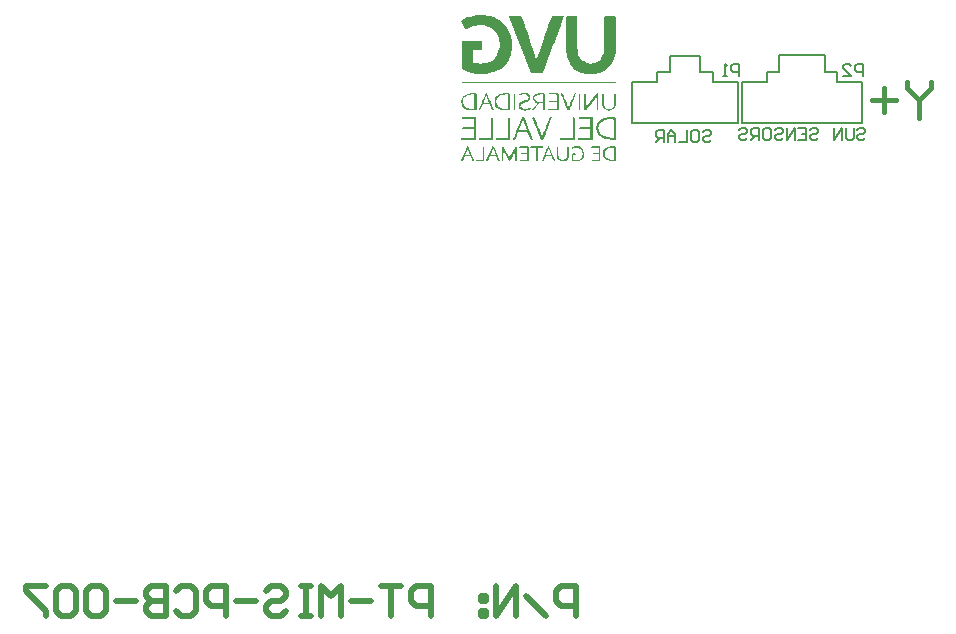
<source format=gbo>
G04 Layer_Color=32896*
%FSLAX25Y25*%
%MOIN*%
G70*
G01*
G75*
%ADD23C,0.00591*%
%ADD34C,0.02000*%
%ADD35C,0.01575*%
G36*
X207417Y190106D02*
Y183186D01*
X207187Y182879D01*
X206110D01*
X205187Y182956D01*
X204418Y183033D01*
X203650Y183263D01*
X203111Y183494D01*
X202573Y183725D01*
X202189Y184109D01*
X201497Y184801D01*
X201189Y185493D01*
X200958Y186031D01*
X200882Y186493D01*
Y186570D01*
Y186646D01*
Y187185D01*
X200958Y187646D01*
X201035Y188107D01*
X201420Y188876D01*
X202035Y189415D01*
X202727Y189799D01*
X203419Y190106D01*
X203957Y190260D01*
X204418Y190337D01*
X207187D01*
X207417Y190106D01*
D02*
G37*
G36*
X185119Y180649D02*
X185196Y180418D01*
X185504Y179803D01*
X185811Y179111D01*
X186119Y178266D01*
X186503Y177420D01*
X186734Y176728D01*
X186964Y176189D01*
X187041Y176112D01*
Y176036D01*
X186811Y175728D01*
X186273Y176420D01*
X186196Y176728D01*
X186119Y177035D01*
X185965Y177266D01*
X185888Y177420D01*
X183889D01*
X183658Y176881D01*
X183504Y176420D01*
X183351Y176112D01*
X183274Y175959D01*
X183197Y175805D01*
X183120Y175728D01*
X182812D01*
X183120Y176574D01*
X183351Y177343D01*
X183581Y178035D01*
X183812Y178573D01*
X184043Y179034D01*
X184196Y179496D01*
X184427Y180111D01*
X184658Y180418D01*
X184812Y180649D01*
X184889Y180726D01*
X185042D01*
X185119Y180649D01*
D02*
G37*
G36*
X193654Y190106D02*
Y183186D01*
X193423Y182879D01*
X188964D01*
X188733Y183186D01*
Y183340D01*
X188964Y183571D01*
X192885D01*
Y190106D01*
X193116Y190337D01*
X193423D01*
X193654Y190106D01*
D02*
G37*
G36*
X199574Y183186D02*
X199344Y182879D01*
X195038D01*
X194807Y183186D01*
Y183340D01*
X195038Y183571D01*
X198882D01*
Y186339D01*
X195499D01*
X195192Y186646D01*
Y186800D01*
X195499Y187031D01*
X198882D01*
Y189491D01*
X198652Y189799D01*
X194961D01*
Y190337D01*
X199574D01*
Y183186D01*
D02*
G37*
G36*
X177507Y198411D02*
X177892Y198334D01*
X178430Y198026D01*
X178737Y197642D01*
X178814Y197565D01*
Y197488D01*
Y196565D01*
X178276Y195873D01*
X177353Y195489D01*
X176661Y195181D01*
X176200Y194874D01*
X175815Y194643D01*
X175662Y194489D01*
X175585Y194335D01*
X175508Y194182D01*
X175585Y193874D01*
X175739Y193643D01*
X176277Y193336D01*
X176815Y193182D01*
X176969Y193105D01*
X177046D01*
X177584Y193182D01*
X178045Y193413D01*
X178507Y193567D01*
X178584Y193643D01*
X178660D01*
X178968Y193259D01*
X178891Y193105D01*
X178660Y193028D01*
X178353Y192875D01*
X178045Y192798D01*
X177738Y192721D01*
X177430Y192644D01*
X177199Y192567D01*
X177123D01*
X176431Y192644D01*
X175892Y192875D01*
X175508Y193105D01*
X175200Y193413D01*
X175047Y193643D01*
X174970Y193874D01*
Y194028D01*
Y194105D01*
Y194643D01*
X175354Y195335D01*
X176354Y195720D01*
X177046Y196027D01*
X177584Y196258D01*
X177892Y196488D01*
X178122Y196642D01*
X178199Y196719D01*
X178276Y196796D01*
Y196950D01*
X178199Y197257D01*
X178122Y197565D01*
X177661Y197795D01*
X177276Y197949D01*
X176507D01*
X175662Y197642D01*
X175354Y197719D01*
X175277Y197795D01*
X175200Y197872D01*
Y197949D01*
X175354Y198103D01*
X175508Y198257D01*
X175969Y198411D01*
X176354Y198487D01*
X177123D01*
X177507Y198411D01*
D02*
G37*
G36*
X160899Y198180D02*
Y192951D01*
X160668Y192721D01*
X158515D01*
X158054Y192798D01*
X157208Y193105D01*
X156593Y193567D01*
X156209Y194028D01*
X155978Y194489D01*
X155901Y194951D01*
X155824Y195258D01*
Y195335D01*
Y196027D01*
X155901Y196488D01*
X156055Y196873D01*
X156285Y197180D01*
X156516Y197488D01*
X157285Y197872D01*
X158131Y198180D01*
X159053Y198334D01*
X159745Y198487D01*
X160668D01*
X160899Y198180D01*
D02*
G37*
G36*
X185504Y189030D02*
X185119Y187877D01*
X184735Y186877D01*
X184427Y186031D01*
X184120Y185339D01*
X183889Y184724D01*
X183658Y184186D01*
X183504Y183801D01*
X183351Y183494D01*
X183197Y183263D01*
X183043Y183033D01*
X182966Y182879D01*
X182505D01*
X182428Y182956D01*
X182351Y183186D01*
X182197Y183571D01*
X181967Y184032D01*
X181736Y184570D01*
X181505Y185186D01*
X180967Y186493D01*
X180429Y187800D01*
X180198Y188415D01*
X179967Y188953D01*
X179737Y189415D01*
X179660Y189799D01*
X179506Y190030D01*
Y190106D01*
X179737Y190337D01*
X180044D01*
X180121Y190260D01*
X180275Y190030D01*
X180429Y189722D01*
X180583Y189338D01*
X180967Y188261D01*
X181428Y187108D01*
X181890Y185954D01*
X182274Y184878D01*
X182428Y184494D01*
X182582Y184186D01*
X182659Y183955D01*
Y183878D01*
X182812D01*
X183197Y184955D01*
X183581Y185954D01*
X183889Y186800D01*
X184196Y187569D01*
X184427Y188184D01*
X184581Y188723D01*
X184812Y189107D01*
X184965Y189491D01*
X185196Y189953D01*
X185350Y190183D01*
X185427Y190337D01*
X185965D01*
X185504Y189030D01*
D02*
G37*
G36*
X183197Y180418D02*
X182966Y180188D01*
X181275D01*
Y176036D01*
X181044Y175728D01*
X180736Y176036D01*
Y180188D01*
X179122D01*
X178814Y180418D01*
X179122Y180726D01*
X182966D01*
X183197Y180418D01*
D02*
G37*
G36*
X176892Y190183D02*
X177353Y189030D01*
X177815Y187954D01*
X178199Y187031D01*
X178507Y186185D01*
X178737Y185493D01*
X178968Y184955D01*
X179199Y184417D01*
X179276Y184032D01*
X179429Y183725D01*
X179506Y183417D01*
X179583Y183109D01*
X179660Y182956D01*
Y182879D01*
X179122D01*
X177815Y185493D01*
X174816D01*
X174508Y184647D01*
X174355Y183955D01*
X174124Y183494D01*
X173970Y183186D01*
X173893Y183033D01*
X173816Y182956D01*
X173739Y182879D01*
X173278D01*
X173201Y183033D01*
X173662Y184263D01*
X174047Y185416D01*
X174431Y186339D01*
X174739Y187185D01*
X175047Y187877D01*
X175277Y188492D01*
X175508Y188953D01*
X175662Y189338D01*
X175815Y189645D01*
X175969Y189876D01*
X176123Y190183D01*
X176200Y190337D01*
X176738D01*
X176892Y190183D01*
D02*
G37*
G36*
X191655Y180418D02*
Y177574D01*
X191578Y176958D01*
X191347Y176497D01*
X191040Y176112D01*
X190655Y175882D01*
X190271Y175728D01*
X189963Y175651D01*
X189656D01*
X188964Y175805D01*
X188502Y175959D01*
X188118Y176266D01*
X187887Y176497D01*
X187733Y176804D01*
X187656Y177035D01*
Y177189D01*
Y177266D01*
Y180572D01*
X187733Y180726D01*
X188041Y180418D01*
Y178342D01*
X188118Y177650D01*
X188272Y177112D01*
X188502Y176728D01*
X188810Y176497D01*
X189117Y176343D01*
X189348Y176189D01*
X189809D01*
X190271Y176343D01*
X190578Y176651D01*
X190886Y177112D01*
X191040Y177650D01*
X191117Y178112D01*
X191193Y178573D01*
Y178881D01*
Y179034D01*
Y180572D01*
X191347Y180726D01*
X191655Y180418D01*
D02*
G37*
G36*
X207417D02*
Y176036D01*
X207187Y175728D01*
X205495D01*
X204649Y175959D01*
X204034Y176266D01*
X203650Y176651D01*
X203342Y177035D01*
X203188Y177420D01*
X203034Y177804D01*
Y178035D01*
Y178112D01*
X203188Y178957D01*
X203496Y179649D01*
X204034Y180111D01*
X204572Y180418D01*
X205111Y180572D01*
X205649Y180726D01*
X207187D01*
X207417Y180418D01*
D02*
G37*
G36*
X195115Y180649D02*
X195653Y180418D01*
X196037Y180034D01*
X196345Y179649D01*
X196499Y179188D01*
X196653Y178881D01*
X196730Y178573D01*
Y178496D01*
Y177804D01*
X196653Y177189D01*
X196345Y176651D01*
X195961Y176266D01*
X195499Y176036D01*
X195038Y175805D01*
X194653Y175728D01*
X194346Y175651D01*
X194269D01*
X193731Y175728D01*
X193270Y175805D01*
X192962Y175882D01*
X192808Y175959D01*
X192654Y176036D01*
X192578Y176112D01*
Y176189D01*
Y178112D01*
X192885Y178342D01*
X193808D01*
X194115Y178112D01*
X193808Y177804D01*
X193116D01*
Y176266D01*
X193808Y176189D01*
X194346D01*
X194961Y176266D01*
X195422Y176497D01*
X195807Y176881D01*
X196037Y177266D01*
X196191Y177650D01*
X196268Y178035D01*
Y178266D01*
Y178342D01*
X196191Y178881D01*
X195961Y179342D01*
X195653Y179649D01*
X195269Y179880D01*
X194884Y180111D01*
X194577Y180188D01*
X194346Y180265D01*
X194269D01*
X193731Y180188D01*
X193346Y180111D01*
X193039Y179957D01*
X192885Y179880D01*
X192578Y180188D01*
X192654Y180341D01*
X192808Y180418D01*
X193116Y180572D01*
X193500Y180726D01*
X194500D01*
X195115Y180649D01*
D02*
G37*
G36*
X174431Y180418D02*
Y176036D01*
X174124Y175728D01*
X173816Y176036D01*
Y179496D01*
X173739D01*
X173278Y178342D01*
X172894Y177497D01*
X172586Y176804D01*
X172355Y176343D01*
X172125Y176036D01*
X171971Y175882D01*
X171894Y175728D01*
X171817D01*
X171740Y175805D01*
X171587Y175882D01*
X171356Y176343D01*
X170971Y176958D01*
X170664Y177650D01*
X170356Y178342D01*
X170126Y178881D01*
X169972Y179342D01*
X169895Y179419D01*
Y179496D01*
X169741D01*
Y176036D01*
X169434Y175728D01*
X169280D01*
Y180418D01*
X169587Y180726D01*
X169741D01*
X171894Y176574D01*
X172202Y177343D01*
X172509Y177958D01*
X172740Y178496D01*
X172970Y178957D01*
X173355Y179726D01*
X173586Y180188D01*
X173739Y180495D01*
X173893Y180649D01*
X173970Y180726D01*
X174124D01*
X174431Y180418D01*
D02*
G37*
G36*
X166435Y190106D02*
Y183186D01*
X166127Y182879D01*
X161898D01*
X161591Y183186D01*
Y183571D01*
X165589D01*
Y190106D01*
X165897Y190337D01*
X166127D01*
X166435Y190106D01*
D02*
G37*
G36*
X172048D02*
Y183186D01*
X171817Y182879D01*
X167511D01*
X167281Y183186D01*
Y183340D01*
X167511Y183571D01*
X171356D01*
Y190106D01*
X171663Y190337D01*
X171817D01*
X172048Y190106D01*
D02*
G37*
G36*
X202189Y180418D02*
Y175728D01*
X199190D01*
X199036Y175882D01*
X199344Y176189D01*
X201804D01*
Y177958D01*
X199574D01*
X199344Y178266D01*
X199574Y178496D01*
X201804D01*
Y180188D01*
X199190D01*
Y180418D01*
X199498Y180726D01*
X201958D01*
X202189Y180418D01*
D02*
G37*
G36*
X160668Y183186D02*
X160361Y182879D01*
X156055D01*
X155824Y183186D01*
Y183340D01*
X156055Y183571D01*
X159976D01*
Y186339D01*
X156516D01*
X156209Y186646D01*
Y186800D01*
X156516Y187031D01*
X159976D01*
Y189799D01*
X156209D01*
X156055Y189645D01*
Y189799D01*
X155978Y189953D01*
Y190337D01*
X160668D01*
Y183186D01*
D02*
G37*
G36*
X163513Y180418D02*
Y176036D01*
X163282Y175728D01*
X160514D01*
X160361Y175882D01*
X160668Y176189D01*
X163129D01*
Y180572D01*
X163282Y180726D01*
X163513Y180418D01*
D02*
G37*
G36*
X158131Y180649D02*
X158284Y180495D01*
X158361Y180265D01*
X158515Y179957D01*
X158823Y179188D01*
X159207Y178342D01*
X159515Y177420D01*
X159822Y176651D01*
X159899Y176343D01*
X159976Y176112D01*
X160053Y175959D01*
Y175882D01*
Y175728D01*
X159669D01*
X159438Y176266D01*
X159284Y176728D01*
X159130Y177035D01*
X159053Y177189D01*
X158976Y177343D01*
X158900Y177420D01*
X156901D01*
X156747Y176881D01*
X156593Y176420D01*
X156439Y176112D01*
X156285Y175959D01*
X156209Y175805D01*
X156132Y175728D01*
X155978D01*
X155824Y175882D01*
X156132Y176728D01*
X156439Y177420D01*
X156670Y178035D01*
X156901Y178650D01*
X157054Y179111D01*
X157285Y179496D01*
X157516Y180034D01*
X157669Y180418D01*
X157823Y180649D01*
X157900Y180726D01*
X158054D01*
X158131Y180649D01*
D02*
G37*
G36*
X194115Y198334D02*
X193731Y197334D01*
X193423Y196488D01*
X193116Y195720D01*
X192808Y195104D01*
X192578Y194566D01*
X192424Y194105D01*
X192193Y193720D01*
X192039Y193413D01*
X191885Y193028D01*
X191732Y192798D01*
X191655Y192721D01*
X191501D01*
X191347Y192875D01*
X191193Y193182D01*
X190809Y193874D01*
X190425Y194797D01*
X189963Y195796D01*
X189579Y196719D01*
X189271Y197565D01*
X189117Y197872D01*
X189041Y198103D01*
X188964Y198257D01*
Y198334D01*
X189117D01*
X189271Y198487D01*
X189425D01*
X189502Y198411D01*
X189579Y198257D01*
X189733Y198026D01*
X189886Y197719D01*
X190194Y196873D01*
X190578Y196027D01*
X190886Y195104D01*
X191193Y194259D01*
X191347Y193951D01*
X191424Y193720D01*
X191501Y193567D01*
Y193490D01*
X191655D01*
X191962Y194335D01*
X192193Y195104D01*
X192501Y195796D01*
X192654Y196412D01*
X192885Y196873D01*
X193039Y197257D01*
X193270Y197872D01*
X193500Y198257D01*
X193577Y198411D01*
X193654Y198487D01*
X193962D01*
X194115Y198334D01*
D02*
G37*
G36*
X201497Y198180D02*
Y192951D01*
X201266Y192721D01*
X200958Y192951D01*
Y197257D01*
X200882D01*
X200343Y196488D01*
X199805Y195873D01*
X199421Y195258D01*
X199036Y194797D01*
X198421Y193951D01*
X197883Y193413D01*
X197575Y193028D01*
X197422Y192875D01*
X197268Y192721D01*
X197114D01*
X196883Y192951D01*
Y198180D01*
X197114Y198487D01*
X197422Y198180D01*
Y193797D01*
X201112Y198487D01*
X201266D01*
X201497Y198180D01*
D02*
G37*
G36*
X207417Y223938D02*
Y213789D01*
X207340Y212174D01*
X207033Y210790D01*
X206648Y209637D01*
X206187Y208560D01*
X205572Y207714D01*
X204880Y207022D01*
X204111Y206407D01*
X203342Y205946D01*
X202650Y205561D01*
X201881Y205254D01*
X201189Y205100D01*
X200574Y204946D01*
X200113Y204869D01*
X199651Y204792D01*
X198882D01*
X197575Y204869D01*
X196960Y204946D01*
X196345Y205100D01*
X195884Y205177D01*
X195499Y205254D01*
X195269Y205331D01*
X195192D01*
X194423Y205715D01*
X193731Y206253D01*
X193193Y206792D01*
X192654Y207330D01*
X192193Y207945D01*
X191885Y208560D01*
X191347Y209790D01*
X191040Y210944D01*
X190886Y211943D01*
X190809Y212251D01*
Y212558D01*
Y212712D01*
Y212789D01*
Y223938D01*
X191040Y224246D01*
X194269D01*
X194500Y223938D01*
Y215557D01*
X194807Y211251D01*
X195269Y210252D01*
X195884Y209483D01*
X196576Y209021D01*
X197268Y208637D01*
X197883Y208406D01*
X198421Y208329D01*
X198729Y208253D01*
X198882D01*
X199728Y208329D01*
X200420Y208483D01*
X201035Y208714D01*
X201574Y209098D01*
X201958Y209483D01*
X202343Y209944D01*
X202881Y210867D01*
X203265Y211866D01*
X203419Y212635D01*
X203496Y213020D01*
Y213250D01*
Y213404D01*
Y213481D01*
Y223938D01*
X203727Y224246D01*
X207187D01*
X207417Y223938D01*
D02*
G37*
G36*
X190117Y224092D02*
X189502Y222400D01*
X188887Y220863D01*
X188348Y219402D01*
X187887Y218018D01*
X187349Y216710D01*
X186964Y215557D01*
X186503Y214404D01*
X186119Y213404D01*
X185734Y212481D01*
X185427Y211559D01*
X184812Y210021D01*
X184350Y208791D01*
X183889Y207714D01*
X183581Y206945D01*
X183351Y206253D01*
X183120Y205792D01*
X182966Y205485D01*
X182889Y205254D01*
X182812Y205177D01*
Y205100D01*
X178968D01*
X171817Y223784D01*
Y224092D01*
X171894Y224169D01*
X171971Y224246D01*
X175662D01*
X175739Y224169D01*
X175815Y224092D01*
X175969Y223631D01*
X176277Y222938D01*
X176584Y222016D01*
X176969Y220939D01*
X177430Y219709D01*
X177892Y218402D01*
X178353Y217095D01*
X178814Y215711D01*
X179199Y214404D01*
X179660Y213174D01*
X179967Y212097D01*
X180275Y211174D01*
X180506Y210482D01*
X180659Y210021D01*
X180736Y209944D01*
Y209867D01*
X181044D01*
X181505Y211174D01*
X181890Y212405D01*
X182274Y213558D01*
X182582Y214634D01*
X183274Y216557D01*
X183812Y218171D01*
X184273Y219555D01*
X184735Y220709D01*
X185042Y221708D01*
X185350Y222477D01*
X185581Y223015D01*
X185734Y223477D01*
X185888Y223784D01*
X185965Y224015D01*
X186042Y224169D01*
X186119Y224246D01*
X189963D01*
X190117Y224092D01*
D02*
G37*
G36*
X207417Y201948D02*
X207187Y201640D01*
X155978D01*
X155824Y201794D01*
X156055Y202025D01*
X207340D01*
X207417Y201948D01*
D02*
G37*
G36*
X165281Y224246D02*
X166589Y223784D01*
X167742Y223246D01*
X168742Y222631D01*
X169587Y221939D01*
X170279Y221170D01*
X170895Y220401D01*
X171433Y219555D01*
X171817Y218787D01*
X172125Y218018D01*
X172355Y217326D01*
X172509Y216634D01*
X172586Y216018D01*
X172663Y215557D01*
X172740Y215173D01*
Y214942D01*
Y214865D01*
Y214481D01*
X172663Y212866D01*
X172509Y212174D01*
X172355Y211559D01*
X172278Y211021D01*
X172125Y210636D01*
X172048Y210405D01*
Y210329D01*
X171587Y209329D01*
X171048Y208483D01*
X170356Y207791D01*
X169664Y207099D01*
X168895Y206561D01*
X168126Y206176D01*
X167281Y205792D01*
X166512Y205485D01*
X165051Y205100D01*
X164359Y204946D01*
X163744Y204869D01*
X163282D01*
X162898Y204792D01*
X162283D01*
X160745Y204869D01*
X159515Y205100D01*
X158361Y205485D01*
X157516Y205869D01*
X156824Y206176D01*
X156362Y206561D01*
X156055Y206792D01*
X155978Y206869D01*
Y215557D01*
X156209Y215788D01*
X162590D01*
X162821Y215557D01*
Y212789D01*
X159669D01*
Y208791D01*
X159745Y208637D01*
X160053Y208483D01*
X160514Y208406D01*
X160976Y208329D01*
X161437D01*
X161898Y208253D01*
X162283D01*
X163129Y208329D01*
X163667D01*
X164128Y208406D01*
X164436Y208483D01*
X164590Y208560D01*
X164666D01*
X164743Y208637D01*
X165435Y208945D01*
X166050Y209252D01*
X166589Y209637D01*
X167050Y210098D01*
X167742Y211021D01*
X168203Y212097D01*
X168511Y213020D01*
X168665Y213789D01*
X168742Y214096D01*
Y214327D01*
Y214481D01*
Y214558D01*
X168511Y216787D01*
X168203Y217556D01*
X167819Y218248D01*
X167358Y218787D01*
X166896Y219248D01*
X165897Y220017D01*
X164974Y220555D01*
X164051Y220863D01*
X163282Y221016D01*
X162975Y221093D01*
X162590D01*
X161514Y221016D01*
X160514Y220863D01*
X159669Y220632D01*
X158900Y220324D01*
X158284Y220017D01*
X157823Y219786D01*
X157516Y219632D01*
X157439Y219555D01*
X157285Y219709D01*
X157054Y220017D01*
X156824Y220478D01*
X156516Y221016D01*
X156285Y221478D01*
X156055Y221939D01*
X155901Y222247D01*
X155824Y222400D01*
X156824Y223092D01*
X157823Y223631D01*
X158823Y223938D01*
X159745Y224246D01*
X160591Y224399D01*
X161283Y224476D01*
X162821D01*
X165281Y224246D01*
D02*
G37*
G36*
X166512Y180649D02*
X166589Y180418D01*
X166896Y179880D01*
X167281Y179111D01*
X167588Y178189D01*
X167973Y177343D01*
X168280Y176574D01*
X168434Y176343D01*
X168511Y176112D01*
X168588Y175959D01*
Y175882D01*
X168511D01*
X168357Y175728D01*
X168203Y175805D01*
X168050Y175959D01*
X167896Y176266D01*
X167742Y176574D01*
X167665Y176881D01*
X167588Y177189D01*
X167511Y177343D01*
Y177420D01*
X165281D01*
X165128Y176881D01*
X164974Y176420D01*
X164897Y176112D01*
X164743Y175959D01*
X164666Y175805D01*
X164590Y175728D01*
X164359D01*
X164205Y175882D01*
X164513Y176728D01*
X164820Y177497D01*
X165051Y178112D01*
X165281Y178650D01*
X165512Y179111D01*
X165666Y179496D01*
X165897Y180111D01*
X166127Y180418D01*
X166204Y180649D01*
X166281Y180726D01*
X166435D01*
X166512Y180649D01*
D02*
G37*
G36*
X173816Y192951D02*
X173586Y192721D01*
X173278Y192951D01*
Y198180D01*
X173586Y198487D01*
X173816D01*
Y192951D01*
D02*
G37*
G36*
X183658Y198180D02*
Y192951D01*
X183351Y192721D01*
X183043Y192951D01*
Y195027D01*
X181813D01*
X179891Y192721D01*
X179660D01*
X179506Y192798D01*
X180890Y194874D01*
Y195181D01*
X180506Y195258D01*
X180275Y195412D01*
X179891Y196027D01*
X179660Y196565D01*
Y196719D01*
Y196796D01*
X179814Y197334D01*
X180121Y197795D01*
X180659Y198103D01*
X181198Y198257D01*
X181813Y198411D01*
X182351Y198487D01*
X183351D01*
X183658Y198180D01*
D02*
G37*
G36*
X164282Y198334D02*
X164436Y198103D01*
X164820Y197334D01*
X165205Y196412D01*
X165666Y195412D01*
X166050Y194412D01*
X166358Y193567D01*
X166512Y193259D01*
X166589Y193028D01*
X166665Y192875D01*
Y192798D01*
X166589D01*
X166435Y192721D01*
X166281D01*
X166127Y192798D01*
X165973Y193028D01*
X165820Y193336D01*
X165743Y193720D01*
X165589Y194028D01*
X165512Y194335D01*
X165435Y194566D01*
Y194643D01*
X162975D01*
X162744Y194028D01*
X162513Y193567D01*
X162360Y193182D01*
X162206Y192951D01*
X162129Y192798D01*
X162052Y192721D01*
X161745D01*
X161591Y192798D01*
X161975Y193720D01*
X162283Y194489D01*
X162590Y195181D01*
X162821Y195796D01*
X163052Y196335D01*
X163282Y196796D01*
X163590Y197565D01*
X163821Y198026D01*
X163974Y198334D01*
X164051Y198487D01*
X164205D01*
X164282Y198334D01*
D02*
G37*
G36*
X171894Y198180D02*
Y192951D01*
X171663Y192721D01*
X170433D01*
X169818Y192798D01*
X169280Y192875D01*
X168434Y193182D01*
X167819Y193490D01*
X167434Y193874D01*
X167127Y194259D01*
X167050Y194566D01*
X166973Y194797D01*
Y194874D01*
Y196258D01*
X167050Y196642D01*
X167127Y197027D01*
X167665Y197565D01*
X168280Y197949D01*
X169049Y198180D01*
X169895Y198411D01*
X170510Y198487D01*
X171663D01*
X171894Y198180D01*
D02*
G37*
G36*
X207417D02*
Y195335D01*
X207340Y194412D01*
X207033Y193720D01*
X206648Y193259D01*
X206264Y192951D01*
X205803Y192721D01*
X205495Y192644D01*
X205187Y192567D01*
X205111D01*
X204342Y192721D01*
X203803Y192951D01*
X203342Y193336D01*
X203111Y193720D01*
X202958Y194105D01*
X202804Y194412D01*
Y194643D01*
Y194720D01*
Y198180D01*
X203034Y198487D01*
X203342Y198180D01*
Y195027D01*
X203419Y194489D01*
X203573Y194028D01*
X203880Y193643D01*
X204111Y193413D01*
X204418Y193259D01*
X204726Y193182D01*
X204880Y193105D01*
X204957D01*
X205572Y193182D01*
X206033Y193490D01*
X206418Y193874D01*
X206648Y194259D01*
X206802Y194720D01*
X206879Y195027D01*
Y195335D01*
Y195412D01*
Y198180D01*
X207187Y198487D01*
X207417Y198180D01*
D02*
G37*
G36*
X178430Y180418D02*
Y176036D01*
X178122Y175728D01*
X175200D01*
X175123Y175882D01*
X175354Y176189D01*
X177815D01*
Y177958D01*
X175662D01*
X175354Y178266D01*
X175662Y178496D01*
X177815D01*
Y180188D01*
X175508D01*
X175200Y180418D01*
X175508Y180726D01*
X178122D01*
X178430Y180418D01*
D02*
G37*
G36*
X188348Y198180D02*
Y192951D01*
X188041Y192721D01*
X184889D01*
X184581Y192951D01*
X184889Y193259D01*
X187503D01*
X187733Y193490D01*
Y195335D01*
X185119D01*
X184889Y195566D01*
X185119Y195873D01*
X187733D01*
Y197642D01*
X187503Y197949D01*
X184889D01*
X184581Y198180D01*
X184889Y198487D01*
X188041D01*
X188348Y198180D01*
D02*
G37*
G36*
X195499D02*
Y192951D01*
X195192Y192721D01*
X194961Y192951D01*
Y198180D01*
X195192Y198487D01*
X195499Y198180D01*
D02*
G37*
%LPC*%
G36*
X206495Y189799D02*
X205341D01*
X204649Y189645D01*
X204034Y189491D01*
X203496Y189338D01*
X203034Y189107D01*
X202650Y188876D01*
X202112Y188338D01*
X201727Y187723D01*
X201574Y187262D01*
X201497Y186954D01*
Y186800D01*
X201574Y186262D01*
X201651Y185724D01*
X202189Y184955D01*
X202881Y184340D01*
X203650Y183955D01*
X204418Y183725D01*
X205111Y183648D01*
X205649Y183571D01*
X206495D01*
X206802Y183878D01*
Y189491D01*
X206495Y189799D01*
D02*
G37*
G36*
X185042Y180034D02*
X184889D01*
X184196Y177958D01*
Y177804D01*
X185734D01*
X185042Y180034D01*
D02*
G37*
G36*
X160207Y197949D02*
X159515D01*
X158438Y197872D01*
X157669Y197642D01*
X157131Y197257D01*
X156747Y196950D01*
X156516Y196565D01*
X156439Y196181D01*
X156362Y195950D01*
Y195873D01*
X156439Y195027D01*
X156747Y194335D01*
X157131Y193874D01*
X157592Y193567D01*
X158054Y193413D01*
X158438Y193336D01*
X158746Y193259D01*
X160207D01*
Y197949D01*
D02*
G37*
G36*
X176507Y189491D02*
X176354D01*
X175200Y186339D01*
Y186185D01*
X177738D01*
X176507Y189491D01*
D02*
G37*
G36*
X206879Y180188D02*
X205495D01*
X204880Y180111D01*
X204418Y179880D01*
X204034Y179573D01*
X203803Y179265D01*
X203650Y178881D01*
X203573Y178573D01*
Y178342D01*
Y178266D01*
X203727Y177574D01*
X204034Y177035D01*
X204495Y176728D01*
X205034Y176420D01*
X205572Y176266D01*
X206033Y176189D01*
X206879D01*
Y180188D01*
D02*
G37*
G36*
X158131Y179880D02*
X157900D01*
X157208Y177804D01*
X158823D01*
X158131Y179880D01*
D02*
G37*
G36*
X166589D02*
X166281D01*
X165589Y177804D01*
X165897D01*
X166435Y177958D01*
X166973Y177804D01*
X167281D01*
X166589Y179880D01*
D02*
G37*
G36*
X183043Y197949D02*
X182274D01*
X181582Y197872D01*
X181044Y197795D01*
X180736Y197565D01*
X180429Y197411D01*
X180275Y197180D01*
X180198Y196950D01*
Y196873D01*
Y196796D01*
X180275Y196335D01*
X180583Y196027D01*
X180967Y195720D01*
X181428Y195566D01*
X181890Y195489D01*
X182274Y195412D01*
X183043D01*
Y197949D01*
D02*
G37*
G36*
X164205Y197642D02*
X164051D01*
X163282Y195335D01*
Y195181D01*
X165205D01*
X164205Y197642D01*
D02*
G37*
G36*
X171356Y197949D02*
X170664D01*
X169587Y197872D01*
X168818Y197642D01*
X168280Y197334D01*
X167896Y197027D01*
X167665Y196642D01*
X167588Y196335D01*
X167511Y196104D01*
Y196027D01*
Y195412D01*
X167665Y194720D01*
X167973Y194182D01*
X168357Y193797D01*
X168895Y193567D01*
X169434Y193413D01*
X169818Y193259D01*
X171356D01*
Y197949D01*
D02*
G37*
%LPD*%
D23*
X212866Y202134D02*
X221134D01*
Y205480D01*
X225465D01*
Y210795D01*
X235307Y210795D01*
X235307Y205480D01*
X239638D01*
Y202134D02*
Y205480D01*
Y202134D02*
X247905D01*
X247905Y188551D01*
X212866D02*
Y202134D01*
Y188551D02*
X247905D01*
X249480Y188551D02*
X289441D01*
X249480D02*
Y202134D01*
X289441Y188551D02*
Y202134D01*
X281173D02*
X289441D01*
X281173D02*
Y205480D01*
X276941D02*
X281173D01*
X276941D02*
Y210992D01*
X261882D02*
X276941D01*
X261882Y205480D02*
Y210992D01*
X257748Y205480D02*
X261882D01*
X257748Y202134D02*
Y205480D01*
X249480Y202134D02*
X257748D01*
X248224Y204136D02*
Y208072D01*
X246256D01*
X245601Y207416D01*
Y206104D01*
X246256Y205448D01*
X248224D01*
X244289Y204136D02*
X242977D01*
X243633D01*
Y208072D01*
X244289Y207416D01*
X289724Y204136D02*
Y208072D01*
X287756D01*
X287101Y207416D01*
Y206104D01*
X287756Y205448D01*
X289724D01*
X283165Y204136D02*
X285789D01*
X283165Y206760D01*
Y207416D01*
X283821Y208072D01*
X285133D01*
X285789Y207416D01*
X287876Y185981D02*
X288532Y186637D01*
X289844D01*
X290500Y185981D01*
Y185325D01*
X289844Y184669D01*
X288532D01*
X287876Y184013D01*
Y183357D01*
X288532Y182701D01*
X289844D01*
X290500Y183357D01*
X286564Y186637D02*
Y183357D01*
X285908Y182701D01*
X284596D01*
X283940Y183357D01*
Y186637D01*
X282628Y182701D02*
Y186637D01*
X280005Y182701D01*
Y186637D01*
X272133Y185981D02*
X272789Y186637D01*
X274101D01*
X274757Y185981D01*
Y185325D01*
X274101Y184669D01*
X272789D01*
X272133Y184013D01*
Y183357D01*
X272789Y182701D01*
X274101D01*
X274757Y183357D01*
X268197Y186637D02*
X270821D01*
Y182701D01*
X268197D01*
X270821Y184669D02*
X269509D01*
X266885Y182701D02*
Y186637D01*
X264262Y182701D01*
Y186637D01*
X260326Y185981D02*
X260982Y186637D01*
X262294D01*
X262950Y185981D01*
Y185325D01*
X262294Y184669D01*
X260982D01*
X260326Y184013D01*
Y183357D01*
X260982Y182701D01*
X262294D01*
X262950Y183357D01*
X257046Y186637D02*
X258358D01*
X259014Y185981D01*
Y183357D01*
X258358Y182701D01*
X257046D01*
X256390Y183357D01*
Y185981D01*
X257046Y186637D01*
X255078Y182701D02*
Y186637D01*
X253110D01*
X252454Y185981D01*
Y184669D01*
X253110Y184013D01*
X255078D01*
X253766D02*
X252454Y182701D01*
X248519Y185981D02*
X249175Y186637D01*
X250487D01*
X251143Y185981D01*
Y185325D01*
X250487Y184669D01*
X249175D01*
X248519Y184013D01*
Y183357D01*
X249175Y182701D01*
X250487D01*
X251143Y183357D01*
X236376Y185481D02*
X237032Y186137D01*
X238344D01*
X239000Y185481D01*
Y184825D01*
X238344Y184169D01*
X237032D01*
X236376Y183513D01*
Y182857D01*
X237032Y182201D01*
X238344D01*
X239000Y182857D01*
X233096Y186137D02*
X234408D01*
X235064Y185481D01*
Y182857D01*
X234408Y182201D01*
X233096D01*
X232440Y182857D01*
Y185481D01*
X233096Y186137D01*
X231129D02*
Y182201D01*
X228505D01*
X227193D02*
Y184825D01*
X225881Y186137D01*
X224569Y184825D01*
Y182201D01*
Y184169D01*
X227193D01*
X223257Y182201D02*
Y186137D01*
X221289D01*
X220633Y185481D01*
Y184169D01*
X221289Y183513D01*
X223257D01*
X221945D02*
X220633Y182201D01*
D34*
X193917Y24151D02*
Y34148D01*
X188919D01*
X187253Y32482D01*
Y29150D01*
X188919Y27483D01*
X193917D01*
X183921Y24151D02*
X177256Y30816D01*
X173924Y24151D02*
Y34148D01*
X167259Y24151D01*
Y34148D01*
X163927Y30816D02*
X162261D01*
Y29150D01*
X163927D01*
Y30816D01*
Y25817D02*
X162261D01*
Y24151D01*
X163927D01*
Y25817D01*
X145599Y24151D02*
Y34148D01*
X140601D01*
X138935Y32482D01*
Y29150D01*
X140601Y27483D01*
X145599D01*
X135603Y34148D02*
X128938D01*
X132271D01*
Y24151D01*
X125606Y29150D02*
X118941D01*
X115609Y24151D02*
Y34148D01*
X112277Y30816D01*
X108945Y34148D01*
Y24151D01*
X105612Y34148D02*
X102280D01*
X103946D01*
Y24151D01*
X105612D01*
X102280D01*
X90617Y32482D02*
X92283Y34148D01*
X95616D01*
X97282Y32482D01*
Y30816D01*
X95616Y29150D01*
X92283D01*
X90617Y27483D01*
Y25817D01*
X92283Y24151D01*
X95616D01*
X97282Y25817D01*
X87285Y29150D02*
X80620D01*
X77288Y24151D02*
Y34148D01*
X72290D01*
X70624Y32482D01*
Y29150D01*
X72290Y27483D01*
X77288D01*
X60627Y32482D02*
X62293Y34148D01*
X65625D01*
X67291Y32482D01*
Y25817D01*
X65625Y24151D01*
X62293D01*
X60627Y25817D01*
X57295Y34148D02*
Y24151D01*
X52296D01*
X50630Y25817D01*
Y27483D01*
X52296Y29150D01*
X57295D01*
X52296D01*
X50630Y30816D01*
Y32482D01*
X52296Y34148D01*
X57295D01*
X47298Y29150D02*
X40633D01*
X37301Y32482D02*
X35635Y34148D01*
X32303D01*
X30637Y32482D01*
Y25817D01*
X32303Y24151D01*
X35635D01*
X37301Y25817D01*
Y32482D01*
X27304D02*
X25638Y34148D01*
X22306D01*
X20640Y32482D01*
Y25817D01*
X22306Y24151D01*
X25638D01*
X27304Y25817D01*
Y32482D01*
X17308Y34148D02*
X10643D01*
Y32482D01*
X17308Y25817D01*
Y24151D01*
D35*
X312417Y201958D02*
Y199990D01*
X308482Y196055D01*
X304546Y199990D01*
Y201958D01*
X308482Y196055D02*
Y190151D01*
X300610Y196055D02*
X292739D01*
X296674Y199990D02*
Y192119D01*
M02*

</source>
